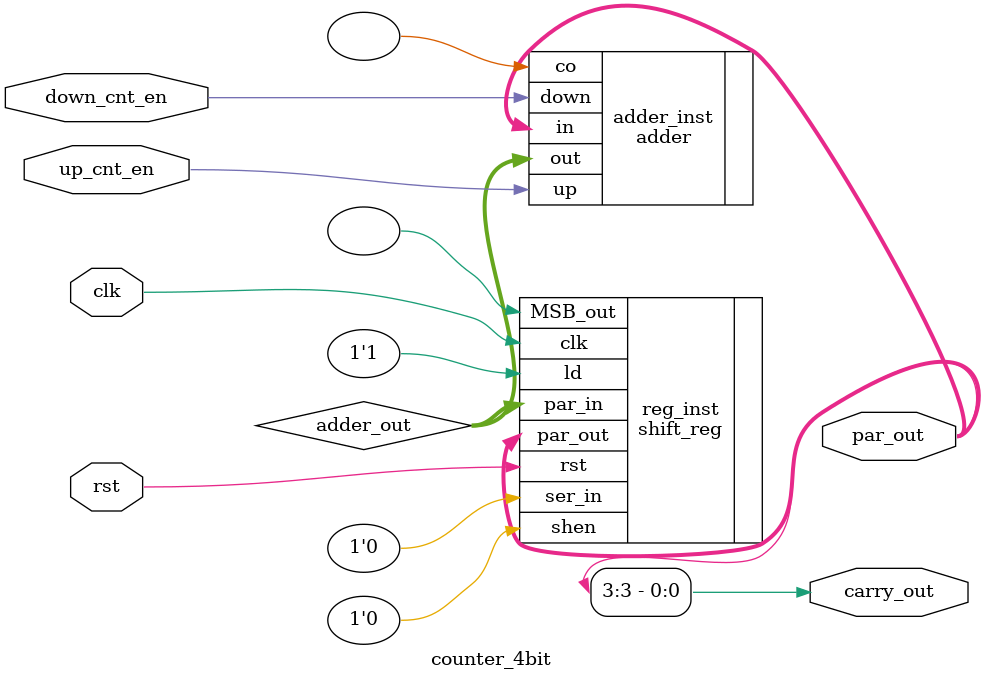
<source format=v>
module counter_4bit(
    input clk,
    input rst,
    input up_cnt_en,
    input down_cnt_en,
    output [3:0] par_out,
    output wire carry_out
);
    wire [3:0] adder_out;

    adder adder_inst(.in(par_out), .up(up_cnt_en), .down(down_cnt_en), .out(adder_out), .co());

    shift_reg #(4) reg_inst(.clk(clk), .rst(rst), .ld(1'b1), .shen(1'b0), .par_in(adder_out), .ser_in(1'b0), .par_out(par_out) , .MSB_out());

    assign carry_out = par_out[3];

endmodule


</source>
